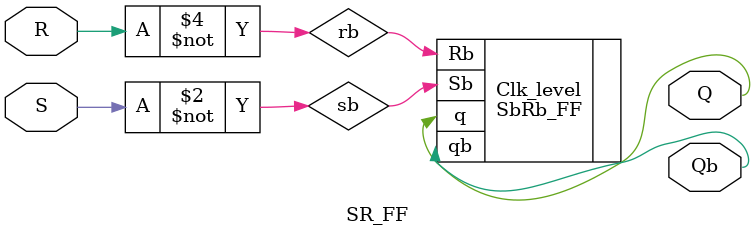
<source format=v>
module SR_FF(S, R, Q, Qb);
input S, R;
output reg Q, Qb;
wire sb, rb;
nand (sb, S, S);
nand (rb, R, R);

//instantial SbRb_FF

SbRb_FF Clk_level(.Sb(sb), .Rb(rb), .q(Q), .qb(Qb));
endmodule
</source>
